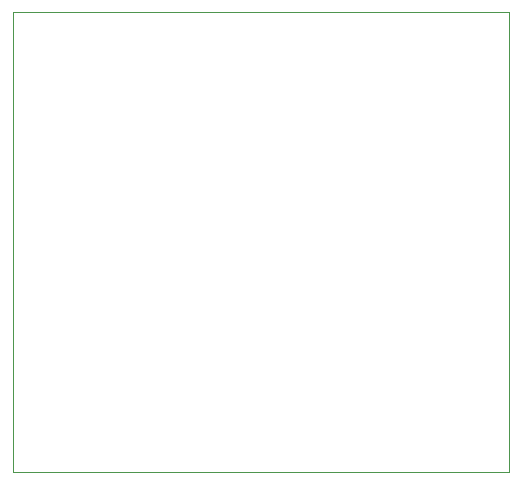
<source format=gbr>
%TF.GenerationSoftware,KiCad,Pcbnew,9.0.0*%
%TF.CreationDate,2025-03-13T21:02:51+03:00*%
%TF.ProjectId,getting_started,67657474-696e-4675-9f73-746172746564,rev?*%
%TF.SameCoordinates,Original*%
%TF.FileFunction,Profile,NP*%
%FSLAX46Y46*%
G04 Gerber Fmt 4.6, Leading zero omitted, Abs format (unit mm)*
G04 Created by KiCad (PCBNEW 9.0.0) date 2025-03-13 21:02:51*
%MOMM*%
%LPD*%
G01*
G04 APERTURE LIST*
%TA.AperFunction,Profile*%
%ADD10C,0.050000*%
%TD*%
G04 APERTURE END LIST*
D10*
X113000000Y-21000000D02*
X155000000Y-21000000D01*
X155000000Y-60000000D01*
X113000000Y-60000000D01*
X113000000Y-21000000D01*
M02*

</source>
